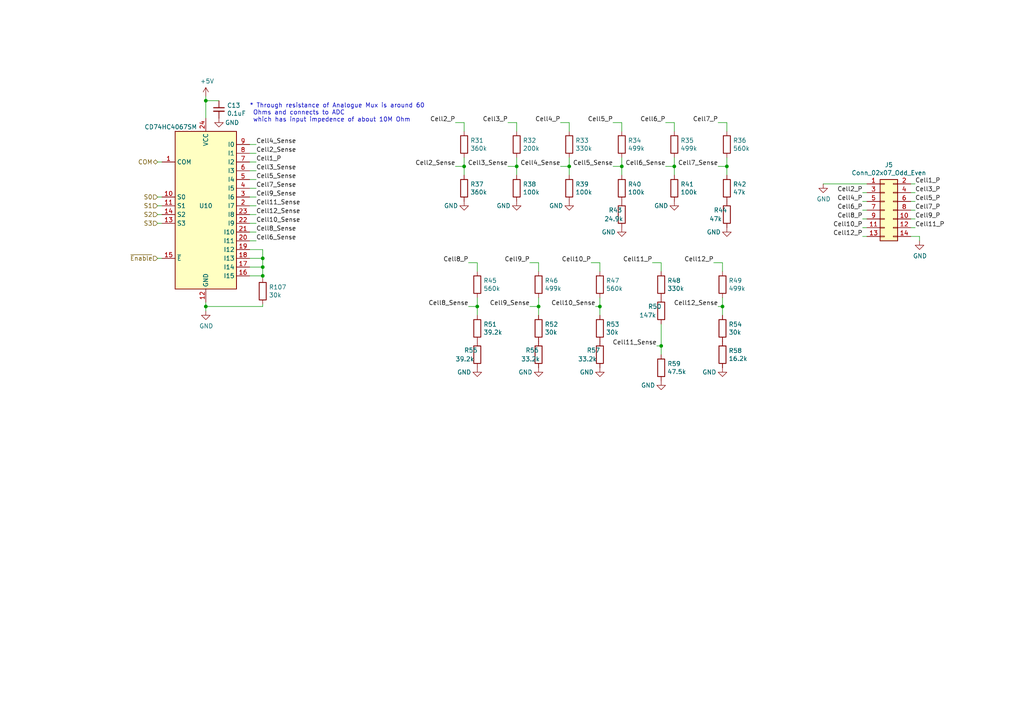
<source format=kicad_sch>
(kicad_sch (version 20250114) (generator "eeschema") (generator_version "9.0")
  (paper "A4")
  (lib_symbols
    (symbol "74xx:CD74HC4067SM"
      (property "Reference" "U" (at -8.89 22.86 0))
      (property "Value" "CD74HC4067SM" (at 1.27 22.86 0))
      (symbol "CD74HC4067SM_0_1"
        (rectangle (start -8.89 21.59) (end 8.89 -24.13) (stroke (width 0.254)) (fill (type background)))
      )
      (symbol "CD74HC4067SM_1_1"
        (pin passive line (at -12.7 12.7 0) (length 3.81) (name "COM") (number "1"))
        (pin input line (at -12.7 2.54 0) (length 3.81) (name "S0") (number "10"))
        (pin input line (at -12.7 0 0) (length 3.81) (name "S1") (number "11"))
        (pin input line (at -12.7 -2.54 0) (length 3.81) (name "S2") (number "14"))
        (pin input line (at -12.7 -5.08 0) (length 3.81) (name "S3") (number "13"))
        (pin input line (at -12.7 -15.24 0) (length 3.81) (name "~{E}") (number "15"))
        (pin power_in line (at 0 25.4 270) (length 3.81) (name "VCC") (number "24"))
        (pin power_in line (at 0 -27.94 90) (length 3.81) (name "GND") (number "12"))
        (pin passive line (at 12.7 17.78 180) (length 3.81) (name "I0") (number "9"))
        (pin passive line (at 12.7 15.24 180) (length 3.81) (name "I1") (number "8"))
        (pin passive line (at 12.7 12.7 180) (length 3.81) (name "I2") (number "7"))
        (pin passive line (at 12.7 10.16 180) (length 3.81) (name "I3") (number "6"))
        (pin passive line (at 12.7 7.62 180) (length 3.81) (name "I4") (number "5"))
        (pin passive line (at 12.7 5.08 180) (length 3.81) (name "I5") (number "4"))
        (pin passive line (at 12.7 2.54 180) (length 3.81) (name "I6") (number "3"))
        (pin passive line (at 12.7 0 180) (length 3.81) (name "I7") (number "2"))
        (pin passive line (at 12.7 -2.54 180) (length 3.81) (name "I8") (number "23"))
        (pin passive line (at 12.7 -5.08 180) (length 3.81) (name "I9") (number "22"))
        (pin passive line (at 12.7 -7.62 180) (length 3.81) (name "I10") (number "21"))
        (pin passive line (at 12.7 -10.16 180) (length 3.81) (name "I11") (number "20"))
        (pin passive line (at 12.7 -12.7 180) (length 3.81) (name "I12") (number "19"))
        (pin passive line (at 12.7 -15.24 180) (length 3.81) (name "I13") (number "18"))
        (pin passive line (at 12.7 -17.78 180) (length 3.81) (name "I14") (number "17"))
        (pin passive line (at 12.7 -20.32 180) (length 3.81) (name "I15") (number "16"))
      )
    )
    (symbol "Connector_Generic:Conn_02x07_Odd_Even" (pin_names (offset 1.016) (hide yes))
      (property "Reference" "J" (at 1.27 10.16 0))
      (property "Value" "Conn_02x07_Odd_Even" (at 1.27 -10.16 0))
      (symbol "Conn_02x07_Odd_Even_1_1"
        (rectangle (start -1.27 8.89) (end 3.81 -8.89) (stroke (width 0.254)) (fill (type background)))
        (rectangle (start -1.27 7.747) (end 0 7.493) (stroke (width 0.1524)))
        (rectangle (start -1.27 5.207) (end 0 4.953) (stroke (width 0.1524)))
        (rectangle (start -1.27 2.667) (end 0 2.413) (stroke (width 0.1524)))
        (rectangle (start -1.27 0.127) (end 0 -0.127) (stroke (width 0.1524)))
        (rectangle (start -1.27 -2.413) (end 0 -2.667) (stroke (width 0.1524)))
        (rectangle (start -1.27 -4.953) (end 0 -5.207) (stroke (width 0.1524)))
        (rectangle (start -1.27 -7.493) (end 0 -7.747) (stroke (width 0.1524)))
        (rectangle (start 3.81 7.747) (end 2.54 7.493) (stroke (width 0.1524)))
        (rectangle (start 3.81 5.207) (end 2.54 4.953) (stroke (width 0.1524)))
        (rectangle (start 3.81 2.667) (end 2.54 2.413) (stroke (width 0.1524)))
        (rectangle (start 3.81 0.127) (end 2.54 -0.127) (stroke (width 0.1524)))
        (rectangle (start 3.81 -2.413) (end 2.54 -2.667) (stroke (width 0.1524)))
        (rectangle (start 3.81 -4.953) (end 2.54 -5.207) (stroke (width 0.1524)))
        (rectangle (start 3.81 -7.493) (end 2.54 -7.747) (stroke (width 0.1524)))
        (pin passive line (at -5.08 7.62 0) (length 3.81) (name "Pin_1") (number "1"))
        (pin passive line (at -5.08 5.08 0) (length 3.81) (name "Pin_3") (number "3"))
        (pin passive line (at -5.08 2.54 0) (length 3.81) (name "Pin_5") (number "5"))
        (pin passive line (at -5.08 0 0) (length 3.81) (name "Pin_7") (number "7"))
        (pin passive line (at -5.08 -2.54 0) (length 3.81) (name "Pin_9") (number "9"))
        (pin passive line (at -5.08 -5.08 0) (length 3.81) (name "Pin_11") (number "11"))
        (pin passive line (at -5.08 -7.62 0) (length 3.81) (name "Pin_13") (number "13"))
        (pin passive line (at 7.62 7.62 180) (length 3.81) (name "Pin_2") (number "2"))
        (pin passive line (at 7.62 5.08 180) (length 3.81) (name "Pin_4") (number "4"))
        (pin passive line (at 7.62 2.54 180) (length 3.81) (name "Pin_6") (number "6"))
        (pin passive line (at 7.62 0 180) (length 3.81) (name "Pin_8") (number "8"))
        (pin passive line (at 7.62 -2.54 180) (length 3.81) (name "Pin_10") (number "10"))
        (pin passive line (at 7.62 -5.08 180) (length 3.81) (name "Pin_12") (number "12"))
        (pin passive line (at 7.62 -7.62 180) (length 3.81) (name "Pin_14") (number "14"))
      )
    )
    (symbol "Device:C_Small" (pin_numbers (hide yes)) (pin_names (offset 0.254) (hide yes))
      (property "Reference" "C" (at 0.254 1.778 0))
      (property "Value" "C_Small" (at 0.254 -2.032 0))
      (symbol "C_Small_0_1"
        (polyline (pts (xy -1.524 0.508) (xy 1.524 0.508)) (stroke (width 0.3048)))
        (polyline (pts (xy -1.524 -0.508) (xy 1.524 -0.508)) (stroke (width 0.3302)))
      )
      (symbol "C_Small_1_1"
        (pin passive line (at 0 2.54 270) (length 2.032) (name "~") (number "1"))
        (pin passive line (at 0 -2.54 90) (length 2.032) (name "~") (number "2"))
      )
    )
    (symbol "Device:R" (pin_numbers (hide yes)) (pin_names (offset 0))
      (property "Reference" "R" (at 2.032 0 90))
      (property "Value" "R" (at 0 0 90))
      (symbol "R_0_1"
        (rectangle (start -1.016 -2.54) (end 1.016 2.54) (stroke (width 0.254)))
      )
      (symbol "R_1_1"
        (pin passive line (at 0 3.81 270) (length 1.27) (name "~") (number "1"))
        (pin passive line (at 0 -3.81 90) (length 1.27) (name "~") (number "2"))
      )
    )
    (symbol "power:+5V" (power) (pin_names (offset 0))
      (property "Value" "+5V" (at 0 3.556 0))
      (symbol "+5V_0_1"
        (polyline (pts (xy -0.762 1.27) (xy 0 2.54)))
        (polyline (pts (xy 0 2.54) (xy 0.762 1.27)))
        (polyline (pts (xy 0 0) (xy 0 2.54)))
      )
      (symbol "+5V_1_1"
        (pin power_in line (at 0 0 90) (length 0) (hide yes) (name "+5V") (number "1"))
      )
    )
    (symbol "power:GND" (power) (pin_names (offset 0))
      (property "Value" "GND" (at 0 -3.81 0))
      (symbol "GND_0_1"
        (polyline (pts (xy 0 0) (xy 0 -1.27) (xy 1.27 -1.27) (xy 0 -2.54) (xy -1.27 -1.27) (xy 0 -1.27)))
      )
      (symbol "GND_1_1"
        (pin power_in line (at 0 0 270) (length 0) (hide yes) (name "GND") (number "1"))
      )
    )
  )
  (text "* Through resistance of Analogue Mux is around 60\n Ohms and connects to ADC\n which has input impedence of about 10M Ohm" (at 72.39 35.56 0) (effects (font (size 1.27 1.27)) (justify left bottom)))
  (junction (at 59.69 29.21))
  (junction (at 180.34 48.26))
  (junction (at 138.43 88.9))
  (junction (at 134.62 48.26))
  (junction (at 149.86 48.26))
  (junction (at 156.21 88.9))
  (junction (at 195.58 48.26))
  (junction (at 191.77 100.33))
  (junction (at 59.69 88.9))
  (junction (at 76.2 77.47))
  (junction (at 76.2 74.93))
  (junction (at 173.99 88.9))
  (junction (at 76.2 80.01))
  (junction (at 209.55 88.9))
  (junction (at 165.1 48.26))
  (junction (at 210.82 48.26))
  (wire (pts (xy 59.69 29.21) (xy 59.69 34.29)))
  (wire (pts (xy 210.82 45.72) (xy 210.82 48.26)))
  (wire (pts (xy 72.39 69.85) (xy 74.295 69.85)))
  (wire (pts (xy 149.86 35.56) (xy 149.86 38.1)))
  (wire (pts (xy 138.43 76.2) (xy 138.43 78.74)))
  (wire (pts (xy 135.89 76.2) (xy 138.43 76.2)))
  (wire (pts (xy 165.1 45.72) (xy 165.1 48.26)))
  (wire (pts (xy 134.62 45.72) (xy 134.62 48.26)))
  (wire (pts (xy 250.19 66.04) (xy 251.46 66.04)))
  (wire (pts (xy 250.19 63.5) (xy 251.46 63.5)))
  (wire (pts (xy 72.39 62.23) (xy 74.295 62.23)))
  (wire (pts (xy 250.19 58.42) (xy 251.46 58.42)))
  (wire (pts (xy 59.69 90.17) (xy 59.69 88.9)))
  (wire (pts (xy 191.77 76.2) (xy 191.77 78.74)))
  (wire (pts (xy 134.62 38.1) (xy 134.62 35.56)))
  (wire (pts (xy 63.5 29.21) (xy 59.69 29.21)))
  (wire (pts (xy 250.19 55.88) (xy 251.46 55.88)))
  (wire (pts (xy 266.7 69.85) (xy 266.7 68.58)))
  (wire (pts (xy 72.39 72.39) (xy 76.2 72.39)))
  (wire (pts (xy 210.82 48.26) (xy 210.82 50.8)))
  (wire (pts (xy 72.39 67.31) (xy 74.295 67.31)))
  (wire (pts (xy 265.43 66.04) (xy 264.16 66.04)))
  (wire (pts (xy 162.56 48.26) (xy 165.1 48.26)))
  (wire (pts (xy 134.62 35.56) (xy 132.08 35.56)))
  (wire (pts (xy 72.39 44.45) (xy 74.295 44.45)))
  (wire (pts (xy 156.21 88.9) (xy 156.21 91.44)))
  (wire (pts (xy 264.16 68.58) (xy 266.7 68.58)))
  (wire (pts (xy 189.23 76.2) (xy 191.77 76.2)))
  (wire (pts (xy 190.5 100.33) (xy 191.77 100.33)))
  (wire (pts (xy 149.86 48.26) (xy 149.86 50.8)))
  (wire (pts (xy 72.39 46.99) (xy 74.295 46.99)))
  (wire (pts (xy 265.43 55.88) (xy 264.16 55.88)))
  (wire (pts (xy 180.34 45.72) (xy 180.34 48.26)))
  (wire (pts (xy 195.58 35.56) (xy 195.58 38.1)))
  (wire (pts (xy 72.39 57.15) (xy 74.295 57.15)))
  (wire (pts (xy 193.04 48.26) (xy 195.58 48.26)))
  (wire (pts (xy 45.72 74.93) (xy 46.99 74.93)))
  (wire (pts (xy 72.39 64.77) (xy 74.295 64.77)))
  (wire (pts (xy 208.28 88.9) (xy 209.55 88.9)))
  (wire (pts (xy 45.72 59.69) (xy 46.99 59.69)))
  (wire (pts (xy 59.69 27.94) (xy 59.69 29.21)))
  (wire (pts (xy 208.28 48.26) (xy 210.82 48.26)))
  (wire (pts (xy 72.39 54.61) (xy 74.295 54.61)))
  (wire (pts (xy 209.55 76.2) (xy 209.55 78.74)))
  (wire (pts (xy 238.76 53.34) (xy 251.46 53.34)))
  (wire (pts (xy 265.43 63.5) (xy 264.16 63.5)))
  (wire (pts (xy 209.55 86.36) (xy 209.55 88.9)))
  (wire (pts (xy 156.21 88.9) (xy 153.67 88.9)))
  (wire (pts (xy 171.45 76.2) (xy 173.99 76.2)))
  (wire (pts (xy 76.2 80.01) (xy 76.2 80.645)))
  (wire (pts (xy 195.58 48.26) (xy 195.58 50.8)))
  (wire (pts (xy 45.72 46.99) (xy 46.99 46.99)))
  (wire (pts (xy 265.43 53.34) (xy 264.16 53.34)))
  (wire (pts (xy 180.34 35.56) (xy 180.34 38.1)))
  (wire (pts (xy 265.43 58.42) (xy 264.16 58.42)))
  (wire (pts (xy 72.39 49.53) (xy 74.295 49.53)))
  (wire (pts (xy 45.72 57.15) (xy 46.99 57.15)))
  (wire (pts (xy 59.69 88.9) (xy 59.69 87.63)))
  (wire (pts (xy 162.56 35.56) (xy 165.1 35.56)))
  (wire (pts (xy 172.72 88.9) (xy 173.99 88.9)))
  (wire (pts (xy 265.43 60.96) (xy 264.16 60.96)))
  (wire (pts (xy 147.32 35.56) (xy 149.86 35.56)))
  (wire (pts (xy 208.28 35.56) (xy 210.82 35.56)))
  (wire (pts (xy 147.32 48.26) (xy 149.86 48.26)))
  (wire (pts (xy 45.72 62.23) (xy 46.99 62.23)))
  (wire (pts (xy 207.01 76.2) (xy 209.55 76.2)))
  (wire (pts (xy 209.55 88.9) (xy 209.55 91.44)))
  (wire (pts (xy 72.39 77.47) (xy 76.2 77.47)))
  (wire (pts (xy 153.67 76.2) (xy 156.21 76.2)))
  (wire (pts (xy 72.39 80.01) (xy 76.2 80.01)))
  (wire (pts (xy 76.2 77.47) (xy 76.2 80.01)))
  (wire (pts (xy 156.21 86.36) (xy 156.21 88.9)))
  (wire (pts (xy 72.39 41.91) (xy 74.295 41.91)))
  (wire (pts (xy 132.08 48.26) (xy 134.62 48.26)))
  (wire (pts (xy 76.2 74.93) (xy 76.2 77.47)))
  (wire (pts (xy 72.39 52.07) (xy 74.295 52.07)))
  (wire (pts (xy 59.69 88.9) (xy 76.2 88.9)))
  (wire (pts (xy 45.72 64.77) (xy 46.99 64.77)))
  (wire (pts (xy 76.2 88.265) (xy 76.2 88.9)))
  (wire (pts (xy 250.19 68.58) (xy 251.46 68.58)))
  (wire (pts (xy 191.77 100.33) (xy 191.77 93.98)))
  (wire (pts (xy 72.39 59.69) (xy 74.295 59.69)))
  (wire (pts (xy 76.2 72.39) (xy 76.2 74.93)))
  (wire (pts (xy 195.58 45.72) (xy 195.58 48.26)))
  (wire (pts (xy 250.19 60.96) (xy 251.46 60.96)))
  (wire (pts (xy 72.39 74.93) (xy 76.2 74.93)))
  (wire (pts (xy 134.62 48.26) (xy 134.62 50.8)))
  (wire (pts (xy 165.1 48.26) (xy 165.1 50.8)))
  (wire (pts (xy 149.86 45.72) (xy 149.86 48.26)))
  (wire (pts (xy 173.99 88.9) (xy 173.99 91.44)))
  (wire (pts (xy 138.43 88.9) (xy 138.43 91.44)))
  (wire (pts (xy 180.34 48.26) (xy 180.34 50.8)))
  (wire (pts (xy 173.99 76.2) (xy 173.99 78.74)))
  (wire (pts (xy 210.82 35.56) (xy 210.82 38.1)))
  (wire (pts (xy 135.89 88.9) (xy 138.43 88.9)))
  (wire (pts (xy 156.21 76.2) (xy 156.21 78.74)))
  (wire (pts (xy 165.1 35.56) (xy 165.1 38.1)))
  (wire (pts (xy 173.99 86.36) (xy 173.99 88.9)))
  (wire (pts (xy 177.8 48.26) (xy 180.34 48.26)))
  (wire (pts (xy 138.43 86.36) (xy 138.43 88.9)))
  (wire (pts (xy 191.77 100.33) (xy 191.77 102.87)))
  (wire (pts (xy 193.04 35.56) (xy 195.58 35.56)))
  (wire (pts (xy 177.8 35.56) (xy 180.34 35.56)))
  (label "Cell3_P" (at 265.43 55.88 0))
  (label "Cell6_P" (at 250.19 60.96 180))
  (label "Cell7_Sense" (at 208.28 48.26 180))
  (label "Cell12_P" (at 207.01 76.2 180))
  (label "Cell2_P" (at 250.19 55.88 180))
  (label "Cell6_Sense" (at 74.295 69.85 0))
  (label "Cell7_P" (at 208.28 35.56 180))
  (label "Cell8_Sense" (at 135.89 88.9 180))
  (label "Cell8_Sense" (at 74.295 67.31 0))
  (label "Cell10_Sense" (at 172.72 88.9 180))
  (label "Cell4_Sense" (at 74.295 41.91 0))
  (label "Cell5_P" (at 177.8 35.56 180))
  (label "Cell1_P" (at 74.295 46.99 0))
  (label "Cell9_P" (at 265.43 63.5 0))
  (label "Cell8_P" (at 135.89 76.2 180))
  (label "Cell5_Sense" (at 74.295 52.07 0))
  (label "Cell2_Sense" (at 132.08 48.26 180))
  (label "Cell8_P" (at 250.19 63.5 180))
  (label "Cell4_P" (at 250.19 58.42 180))
  (label "Cell4_Sense" (at 162.56 48.26 180))
  (label "Cell4_P" (at 162.56 35.56 180))
  (label "Cell10_Sense" (at 74.295 64.77 0))
  (label "Cell12_Sense" (at 74.295 62.23 0))
  (label "Cell5_P" (at 265.43 58.42 0))
  (label "Cell11_P" (at 265.43 66.04 0))
  (label "Cell9_P" (at 153.67 76.2 180))
  (label "Cell7_Sense" (at 74.295 54.61 0))
  (label "Cell3_P" (at 147.32 35.56 180))
  (label "Cell11_Sense" (at 190.5 100.33 180))
  (label "Cell7_P" (at 265.43 60.96 0))
  (label "Cell1_P" (at 265.43 53.34 0))
  (label "Cell11_P" (at 189.23 76.2 180))
  (label "Cell3_Sense" (at 147.32 48.26 180))
  (label "Cell9_Sense" (at 74.295 57.15 0))
  (label "Cell6_P" (at 193.04 35.56 180))
  (label "Cell12_P" (at 250.19 68.58 180))
  (label "Cell3_Sense" (at 74.295 49.53 0))
  (label "Cell5_Sense" (at 177.8 48.26 180))
  (label "Cell10_P" (at 250.19 66.04 180))
  (label "Cell11_Sense" (at 74.295 59.69 0))
  (label "Cell6_Sense" (at 193.04 48.26 180))
  (label "Cell10_P" (at 171.45 76.2 180))
  (label "Cell12_Sense" (at 208.28 88.9 180))
  (label "Cell2_Sense" (at 74.295 44.45 0))
  (label "Cell9_Sense" (at 153.67 88.9 180))
  (label "Cell2_P" (at 132.08 35.56 180))
  (hierarchical_label "S1" (shape input) (at 45.72 59.69 180))
  (hierarchical_label "COM" (shape bidirectional) (at 45.72 46.99 180))
  (hierarchical_label "S2" (shape input) (at 45.72 62.23 180))
  (hierarchical_label "S3" (shape input) (at 45.72 64.77 180))
  (hierarchical_label "~{Enable}" (shape input) (at 45.72 74.93 180))
  (hierarchical_label "S0" (shape input) (at 45.72 57.15 180))
  (symbol (lib_id "Connector_Generic:Conn_02x07_Odd_Even") (at 256.54 60.96 0) (unit 1)
    (property "Reference" "J5" (at 257.81 47.8282 0))
    (property "Value" "Conn_02x07_Odd_Even" (at 257.81 50.1396 0))
    (property "Footprint" "uBMS-2:Molex_Milli_Grid_0878325623_TopBottom" (effects (hide yes)))
    (property "Datasheet" "https://media.digikey.com/pdf/Data%20Sheets/Molex%20PDFs/87832-300_Pkg_Spec.pdf" (effects (hide yes)))
    (property "Part Number" "0878325623" (effects (hide yes)))
    (property "Digikey Number" "WM6815TR-ND" (effects (hide yes)))
    (property "Price ($)" "1.56" (effects (hide yes)))
    (property "Comment" "Connector Header Surface Mount 14 position 0.079\" (2.00mm)" (effects (hide yes)))
  )
  (symbol (lib_id "74xx:CD74HC4067SM") (at 59.69 59.69 0) (unit 1)
    (property "Reference" "U10" (at 59.69 59.69 0))
    (property "Value" "CD74HC4067SM" (at 49.53 36.83 0))
    (property "Footprint" "Package_SO:SSOP-24_5.3x8.2mm_P0.65mm" (effects (hide yes)))
    (property "Datasheet" "http://www.ti.com/lit/ds/symlink/cd74hc4067.pdf" (effects (hide yes)))
    (property "Part Number" "CD74HC4067SM96" (effects (hide yes)))
    (property "Digikey Number" "296-9226-2-ND" (effects (hide yes)))
    (property "Price ($)" "0.79" (effects (hide yes)))
    (property "Comment" "1 Circuit IC Switch 16:1 160Ohm 24-SSOP" (effects (hide yes)))
  )
  (symbol (lib_id "power:GND") (at 59.69 90.17 0) (unit 1)
    (property "Reference" "#PWR054" (effects (hide yes)))
    (property "Value" "GND" (at 59.817 94.5642 0))
  )
  (symbol (lib_id "power:GND") (at 63.5 34.29 0) (unit 1)
    (property "Reference" "#PWR046" (effects (hide yes)))
    (property "Value" "GND" (at 67.31 35.56 0))
  )
  (symbol (lib_id "power:+5V") (at 59.69 27.94 0) (unit 1)
    (property "Reference" "#PWR045" (effects (hide yes)))
    (property "Value" "+5V" (at 60.071 23.5458 0))
  )
  (symbol (lib_id "power:GND") (at 238.76 53.34 0) (unit 1)
    (property "Reference" "#PWR047" (effects (hide yes)))
    (property "Value" "GND" (at 238.887 57.7342 0))
  )
  (symbol (lib_id "Device:R") (at 134.62 41.91 0) (unit 1)
    (property "Reference" "R31" (at 136.398 40.7416 0) (effects (justify left)))
    (property "Value" "360k" (at 136.398 43.053 0) (effects (justify left)))
    (property "Footprint" "Resistor_SMD:R_0402_1005Metric" (effects (hide yes)))
    (property "Datasheet" "https://www.yageo.com/upload/media/product/productsearch/datasheet/rchip/PYu-RC_Group_51_RoHS_L_12.pdf" (effects (hide yes)))
    (property "Comment" "360 kOhms ±1% 0.063W, 1/16W Chip Resistor 0402 (1005 Metric) Moisture Resistant Thick Film" (effects (hide yes)))
    (property "Digikey Number" "311-360KLRCT-ND" (effects (hide yes)))
    (property "Part Number" "RC0402FR-07360KL" (effects (hide yes)))
    (property "Price ($)" "0.1" (effects (hide yes)))
  )
  (symbol (lib_id "Device:R") (at 134.62 54.61 0) (unit 1)
    (property "Reference" "R37" (at 136.398 53.4416 0) (effects (justify left)))
    (property "Value" "360k" (at 136.398 55.753 0) (effects (justify left)))
    (property "Footprint" "Resistor_SMD:R_0402_1005Metric" (effects (hide yes)))
    (property "Datasheet" "https://www.yageo.com/upload/media/product/productsearch/datasheet/rchip/PYu-RC_Group_51_RoHS_L_12.pdf" (effects (hide yes)))
    (property "Comment" "360 kOhms ±1% 0.063W, 1/16W Chip Resistor 0402 (1005 Metric) Moisture Resistant Thick Film" (effects (hide yes)))
    (property "Digikey Number" "311-360KLRCT-ND" (effects (hide yes)))
    (property "Part Number" "RC0402FR-07360KL" (effects (hide yes)))
    (property "Price ($)" "0.1" (effects (hide yes)))
  )
  (symbol (lib_id "Device:R") (at 149.86 41.91 0) (unit 1)
    (property "Reference" "R32" (at 151.638 40.7416 0) (effects (justify left)))
    (property "Value" "200k" (at 151.638 43.053 0) (effects (justify left)))
    (property "Footprint" "Resistor_SMD:R_0402_1005Metric" (effects (hide yes)))
    (property "Datasheet" "https://www.yageo.com/upload/media/product/productsearch/datasheet/rchip/PYu-RC_Group_51_RoHS_L_12.pdf" (effects (hide yes)))
    (property "Comment" "200 kOhms ±1% 0.063W, 1/16W Chip Resistor 0402 (1005 Metric) Moisture Resistant Thick Film" (effects (hide yes)))
    (property "Digikey Number" "311-200KLRCT-ND" (effects (hide yes)))
    (property "Part Number" "RC0402FR-07200KL" (effects (hide yes)))
    (property "Price ($)" "0.1" (effects (hide yes)))
  )
  (symbol (lib_id "Device:R") (at 149.86 54.61 0) (unit 1)
    (property "Reference" "R38" (at 151.638 53.4416 0) (effects (justify left)))
    (property "Value" "100k" (at 151.638 55.753 0) (effects (justify left)))
    (property "Footprint" "Resistor_SMD:R_0402_1005Metric" (effects (hide yes)))
    (property "Datasheet" "https://www.yageo.com/upload/media/product/productsearch/datasheet/rchip/PYu-RC_Group_51_RoHS_L_12.pdf" (effects (hide yes)))
    (property "Comment" "100 kOhms ±1% 0.063W, 1/16W Chip Resistor 0402 (1005 Metric) Moisture Resistant Thick Film" (effects (hide yes)))
    (property "Digikey Number" "311-100KLRCT-ND" (effects (hide yes)))
    (property "Part Number" "RC0402FR-07100KL" (effects (hide yes)))
    (property "Price ($)" "0.1" (effects (hide yes)))
  )
  (symbol (lib_id "Device:R") (at 165.1 41.91 0) (unit 1)
    (property "Reference" "R33" (at 166.878 40.7416 0) (effects (justify left)))
    (property "Value" "330k" (at 166.878 43.053 0) (effects (justify left)))
    (property "Footprint" "Resistor_SMD:R_0402_1005Metric" (effects (hide yes)))
    (property "Datasheet" "https://www.yageo.com/upload/media/product/productsearch/datasheet/rchip/PYu-RC_Group_51_RoHS_L_12.pdf" (effects (hide yes)))
    (property "Comment" "330 kOhms ±5% 0.063W, 1/16W Chip Resistor 0402 (1005 Metric) Moisture Resistant Thick Film" (effects (hide yes)))
    (property "Digikey Number" "311-330KJRCT-ND" (effects (hide yes)))
    (property "Part Number" "RC0402JR-07330KL" (effects (hide yes)))
    (property "Price ($)" "0.1" (effects (hide yes)))
  )
  (symbol (lib_id "Device:R") (at 165.1 54.61 0) (unit 1)
    (property "Reference" "R39" (at 166.878 53.4416 0) (effects (justify left)))
    (property "Value" "100k" (at 166.878 55.753 0) (effects (justify left)))
    (property "Footprint" "Resistor_SMD:R_0402_1005Metric" (effects (hide yes)))
    (property "Datasheet" "https://www.yageo.com/upload/media/product/productsearch/datasheet/rchip/PYu-RC_Group_51_RoHS_L_12.pdf" (effects (hide yes)))
    (property "Comment" "100 kOhms ±1% 0.063W, 1/16W Chip Resistor 0402 (1005 Metric) Moisture Resistant Thick Film" (effects (hide yes)))
    (property "Digikey Number" "311-100KLRCT-ND" (effects (hide yes)))
    (property "Part Number" "RC0402FR-07100KL" (effects (hide yes)))
    (property "Price ($)" "0.1" (effects (hide yes)))
  )
  (symbol (lib_id "Device:R") (at 180.34 41.91 0) (unit 1)
    (property "Reference" "R34" (at 182.118 40.7416 0) (effects (justify left)))
    (property "Value" "499k" (at 182.118 43.053 0) (effects (justify left)))
    (property "Footprint" "Resistor_SMD:R_0402_1005Metric" (effects (hide yes)))
    (property "Datasheet" "https://www.yageo.com/upload/media/product/productsearch/datasheet/rchip/PYu-RC_Group_51_RoHS_L_12.pdf" (effects (hide yes)))
    (property "Comment" "499 kOhms ±1% 0.063W, 1/16W Chip Resistor 0402 (1005 Metric) Moisture Resistant Thick Film" (effects (hide yes)))
    (property "Digikey Number" "311-499KLRCT-ND" (effects (hide yes)))
    (property "Part Number" "RC0402FR-07499KL" (effects (hide yes)))
    (property "Price ($)" "0.1" (effects (hide yes)))
  )
  (symbol (lib_id "Device:R") (at 180.34 54.61 0) (unit 1)
    (property "Reference" "R40" (at 182.118 53.4416 0) (effects (justify left)))
    (property "Value" "100k" (at 182.118 55.753 0) (effects (justify left)))
    (property "Footprint" "Resistor_SMD:R_0402_1005Metric" (effects (hide yes)))
    (property "Datasheet" "https://www.yageo.com/upload/media/product/productsearch/datasheet/rchip/PYu-RC_Group_51_RoHS_L_12.pdf" (effects (hide yes)))
    (property "Comment" "100 kOhms ±1% 0.063W, 1/16W Chip Resistor 0402 (1005 Metric) Moisture Resistant Thick Film" (effects (hide yes)))
    (property "Digikey Number" "311-100KLRCT-ND" (effects (hide yes)))
    (property "Part Number" "RC0402FR-07100KL" (effects (hide yes)))
    (property "Price ($)" "0.1" (effects (hide yes)))
  )
  (symbol (lib_id "Device:R") (at 195.58 41.91 0) (unit 1)
    (property "Reference" "R35" (at 197.358 40.7416 0) (effects (justify left)))
    (property "Value" "499k" (at 197.358 43.053 0) (effects (justify left)))
    (property "Footprint" "Resistor_SMD:R_0402_1005Metric" (effects (hide yes)))
    (property "Datasheet" "https://www.yageo.com/upload/media/product/productsearch/datasheet/rchip/PYu-RC_Group_51_RoHS_L_12.pdf" (effects (hide yes)))
    (property "Comment" "499 kOhms ±1% 0.063W, 1/16W Chip Resistor 0402 (1005 Metric) Moisture Resistant Thick Film" (effects (hide yes)))
    (property "Digikey Number" "311-499KLRCT-ND" (effects (hide yes)))
    (property "Part Number" "RC0402FR-07499KL" (effects (hide yes)))
    (property "Price ($)" "0.1" (effects (hide yes)))
  )
  (symbol (lib_id "Device:R") (at 195.58 54.61 0) (unit 1)
    (property "Reference" "R41" (at 197.358 53.4416 0) (effects (justify left)))
    (property "Value" "100k" (at 197.358 55.753 0) (effects (justify left)))
    (property "Footprint" "Resistor_SMD:R_0402_1005Metric" (effects (hide yes)))
    (property "Datasheet" "https://www.yageo.com/upload/media/product/productsearch/datasheet/rchip/PYu-RC_Group_51_RoHS_L_12.pdf" (effects (hide yes)))
    (property "Comment" "100 kOhms ±1% 0.063W, 1/16W Chip Resistor 0402 (1005 Metric) Moisture Resistant Thick Film" (effects (hide yes)))
    (property "Digikey Number" "311-100KLRCT-ND" (effects (hide yes)))
    (property "Part Number" "RC0402FR-07100KL" (effects (hide yes)))
    (property "Price ($)" "0.1" (effects (hide yes)))
  )
  (symbol (lib_id "Device:R") (at 210.82 41.91 0) (unit 1)
    (property "Reference" "R36" (at 212.598 40.7416 0) (effects (justify left)))
    (property "Value" "560k" (at 212.598 43.053 0) (effects (justify left)))
    (property "Footprint" "Resistor_SMD:R_0402_1005Metric" (effects (hide yes)))
    (property "Datasheet" "https://www.yageo.com/upload/media/product/productsearch/datasheet/rchip/PYu-RC_Group_51_RoHS_L_12.pdf" (effects (hide yes)))
    (property "Comment" "560 kOhms ±1% 0.063W, 1/16W Chip Resistor 0402 (1005 Metric) Moisture Resistant Thick Film" (effects (hide yes)))
    (property "Digikey Number" "311-560KLRCT-ND" (effects (hide yes)))
    (property "Part Number" "RC0402FR-07560KL" (effects (hide yes)))
    (property "Price ($)" "0.1" (effects (hide yes)))
  )
  (symbol (lib_id "Device:R") (at 210.82 54.61 0) (unit 1)
    (property "Reference" "R42" (at 212.598 53.4416 0) (effects (justify left)))
    (property "Value" "47k" (at 212.598 55.753 0) (effects (justify left)))
    (property "Footprint" "Resistor_SMD:R_0402_1005Metric" (effects (hide yes)))
    (property "Datasheet" "https://www.yageo.com/upload/media/product/productsearch/datasheet/rchip/PYu-RC_Group_51_RoHS_L_12.pdf" (effects (hide yes)))
    (property "Comment" "47 kOhms ±1% 0.063W, 1/16W Chip Resistor 0402 (1005 Metric) Moisture Resistant Thick Film" (effects (hide yes)))
    (property "Digikey Number" "311-47.0KLRCT-ND" (effects (hide yes)))
    (property "Part Number" "RC0402FR-0747KL" (effects (hide yes)))
    (property "Price ($)" "0.1" (effects (hide yes)))
  )
  (symbol (lib_id "Device:R") (at 138.43 82.55 0) (unit 1)
    (property "Reference" "R45" (at 140.208 81.3816 0) (effects (justify left)))
    (property "Value" "560k" (at 140.208 83.693 0) (effects (justify left)))
    (property "Footprint" "Resistor_SMD:R_0402_1005Metric" (effects (hide yes)))
    (property "Datasheet" "https://www.yageo.com/upload/media/product/productsearch/datasheet/rchip/PYu-RC_Group_51_RoHS_L_12.pdf" (effects (hide yes)))
    (property "Comment" "560 kOhms ±1% 0.063W, 1/16W Chip Resistor 0402 (1005 Metric) Moisture Resistant Thick Film" (effects (hide yes)))
    (property "Digikey Number" "311-560KLRCT-ND" (effects (hide yes)))
    (property "Part Number" "RC0402FR-07560KL" (effects (hide yes)))
    (property "Price ($)" "0.1" (effects (hide yes)))
  )
  (symbol (lib_id "Device:R") (at 138.43 95.25 0) (unit 1)
    (property "Reference" "R51" (at 140.208 94.0816 0) (effects (justify left)))
    (property "Value" "39.2k" (at 140.208 96.393 0) (effects (justify left)))
    (property "Footprint" "Resistor_SMD:R_0402_1005Metric" (effects (hide yes)))
    (property "Datasheet" "https://www.yageo.com/upload/media/product/productsearch/datasheet/rchip/PYu-RC_Group_51_RoHS_L_12.pdf" (effects (hide yes)))
    (property "Comment" "39.2 kOhms ±1% 0.063W, 1/16W Chip Resistor 0402 (1005 Metric) Moisture Resistant Thick Film" (effects (hide yes)))
    (property "Digikey Number" "311-39.2KLRCT-ND" (effects (hide yes)))
    (property "Part Number" "RC0402FR-0739K2L" (effects (hide yes)))
    (property "Price ($)" "0.1" (effects (hide yes)))
  )
  (symbol (lib_id "Device:R") (at 156.21 82.55 0) (unit 1)
    (property "Reference" "R46" (at 157.988 81.3816 0) (effects (justify left)))
    (property "Value" "499k" (at 157.988 83.693 0) (effects (justify left)))
    (property "Footprint" "Resistor_SMD:R_0402_1005Metric" (effects (hide yes)))
    (property "Datasheet" "https://www.yageo.com/upload/media/product/productsearch/datasheet/rchip/PYu-RC_Group_51_RoHS_L_12.pdf" (effects (hide yes)))
    (property "Comment" "499 kOhms ±1% 0.063W, 1/16W Chip Resistor 0402 (1005 Metric) Moisture Resistant Thick Film" (effects (hide yes)))
    (property "Digikey Number" "311-499KLRCT-ND" (effects (hide yes)))
    (property "Part Number" "RC0402FR-07499KL" (effects (hide yes)))
    (property "Price ($)" "0.1" (effects (hide yes)))
  )
  (symbol (lib_id "Device:R") (at 156.21 95.25 0) (unit 1)
    (property "Reference" "R52" (at 157.988 94.0816 0) (effects (justify left)))
    (property "Value" "30k" (at 157.988 96.393 0) (effects (justify left)))
    (property "Footprint" "Resistor_SMD:R_0402_1005Metric" (effects (hide yes)))
    (property "Datasheet" "https://www.yageo.com/upload/media/product/productsearch/datasheet/rchip/PYu-RC_Group_51_RoHS_L_12.pdf" (effects (hide yes)))
    (property "Comment" "30 kOhms ±1% 0.063W, 1/16W Chip Resistor 0402 (1005 Metric) Moisture Resistant Thick Film" (effects (hide yes)))
    (property "Digikey Number" "311-30.0KLRCT-ND" (effects (hide yes)))
    (property "Part Number" "RC0402FR-0730KL" (effects (hide yes)))
    (property "Price ($)" "0.1" (effects (hide yes)))
  )
  (symbol (lib_id "Device:R") (at 173.99 82.55 0) (unit 1)
    (property "Reference" "R47" (at 175.768 81.3816 0) (effects (justify left)))
    (property "Value" "560k" (at 175.768 83.693 0) (effects (justify left)))
    (property "Footprint" "Resistor_SMD:R_0402_1005Metric" (effects (hide yes)))
    (property "Datasheet" "https://www.yageo.com/upload/media/product/productsearch/datasheet/rchip/PYu-RC_Group_51_RoHS_L_12.pdf" (effects (hide yes)))
    (property "Comment" "560 kOhms ±1% 0.063W, 1/16W Chip Resistor 0402 (1005 Metric) Moisture Resistant Thick Film" (effects (hide yes)))
    (property "Digikey Number" "311-560KLRCT-ND" (effects (hide yes)))
    (property "Part Number" "RC0402FR-07560KL" (effects (hide yes)))
    (property "Price ($)" "0.1" (effects (hide yes)))
  )
  (symbol (lib_id "Device:R") (at 173.99 95.25 0) (unit 1)
    (property "Reference" "R53" (at 175.768 94.0816 0) (effects (justify left)))
    (property "Value" "30k" (at 175.768 96.393 0) (effects (justify left)))
    (property "Footprint" "Resistor_SMD:R_0402_1005Metric" (effects (hide yes)))
    (property "Datasheet" "https://www.yageo.com/upload/media/product/productsearch/datasheet/rchip/PYu-RC_Group_51_RoHS_L_12.pdf" (effects (hide yes)))
    (property "Comment" "30 kOhms ±1% 0.063W, 1/16W Chip Resistor 0402 (1005 Metric) Moisture Resistant Thick Film" (effects (hide yes)))
    (property "Digikey Number" "311-30.0KLRCT-ND" (effects (hide yes)))
    (property "Part Number" "RC0402FR-0730KL" (effects (hide yes)))
    (property "Price ($)" "0.1" (effects (hide yes)))
  )
  (symbol (lib_id "Device:R") (at 191.77 82.55 0) (unit 1)
    (property "Reference" "R48" (at 193.548 81.3816 0) (effects (justify left)))
    (property "Value" "330k" (at 193.548 83.693 0) (effects (justify left)))
    (property "Footprint" "Resistor_SMD:R_0402_1005Metric" (effects (hide yes)))
    (property "Datasheet" "https://www.yageo.com/upload/media/product/productsearch/datasheet/rchip/PYu-RC_Group_51_RoHS_L_12.pdf" (effects (hide yes)))
    (property "Comment" "330 kOhms ±5% 0.063W, 1/16W Chip Resistor 0402 (1005 Metric) Moisture Resistant Thick Film" (effects (hide yes)))
    (property "Digikey Number" "311-330KJRCT-ND" (effects (hide yes)))
    (property "Part Number" "RC0402JR-07330KL" (effects (hide yes)))
    (property "Price ($)" "0.1" (effects (hide yes)))
  )
  (symbol (lib_id "Device:R") (at 191.77 106.68 0) (unit 1)
    (property "Reference" "R59" (at 193.548 105.5116 0) (effects (justify left)))
    (property "Value" "47.5k" (at 193.548 107.823 0) (effects (justify left)))
    (property "Footprint" "Resistor_SMD:R_0402_1005Metric" (effects (hide yes)))
    (property "Datasheet" "https://www.yageo.com/upload/media/product/productsearch/datasheet/rchip/PYu-RC_Group_51_RoHS_L_12.pdf" (effects (hide yes)))
    (property "Comment" "47.5 kOhms ±1% 0.063W, 1/16W Chip Resistor 0402 (1005 Metric) Moisture Resistant Thick Film" (effects (hide yes)))
    (property "Digikey Number" "311-47.5KLRCT-ND" (effects (hide yes)))
    (property "Part Number" "RC0402FR-0747K5L" (effects (hide yes)))
    (property "Price ($)" "0.1" (effects (hide yes)))
  )
  (symbol (lib_id "Device:R") (at 209.55 82.55 0) (unit 1)
    (property "Reference" "R49" (at 211.328 81.3816 0) (effects (justify left)))
    (property "Value" "499k" (at 211.328 83.693 0) (effects (justify left)))
    (property "Footprint" "Resistor_SMD:R_0402_1005Metric" (effects (hide yes)))
    (property "Datasheet" "https://www.yageo.com/upload/media/product/productsearch/datasheet/rchip/PYu-RC_Group_51_RoHS_L_12.pdf" (effects (hide yes)))
    (property "Comment" "499 kOhms ±1% 0.063W, 1/16W Chip Resistor 0402 (1005 Metric) Moisture Resistant Thick Film" (effects (hide yes)))
    (property "Digikey Number" "311-499KLRCT-ND" (effects (hide yes)))
    (property "Part Number" "RC0402FR-07499KL" (effects (hide yes)))
    (property "Price ($)" "0.1" (effects (hide yes)))
  )
  (symbol (lib_id "Device:R") (at 209.55 95.25 0) (unit 1)
    (property "Reference" "R54" (at 211.328 94.0816 0) (effects (justify left)))
    (property "Value" "30k" (at 211.328 96.393 0) (effects (justify left)))
    (property "Footprint" "Resistor_SMD:R_0402_1005Metric" (effects (hide yes)))
    (property "Datasheet" "https://www.yageo.com/upload/media/product/productsearch/datasheet/rchip/PYu-RC_Group_51_RoHS_L_12.pdf" (effects (hide yes)))
    (property "Comment" "30 kOhms ±1% 0.063W, 1/16W Chip Resistor 0402 (1005 Metric) Moisture Resistant Thick Film" (effects (hide yes)))
    (property "Digikey Number" "311-30.0KLRCT-ND" (effects (hide yes)))
    (property "Part Number" "RC0402FR-0730KL" (effects (hide yes)))
    (property "Price ($)" "0.1" (effects (hide yes)))
  )
  (symbol (lib_id "power:GND") (at 134.62 58.42 0) (unit 1)
    (property "Reference" "#PWR048" (effects (hide yes)))
    (property "Value" "GND" (at 130.81 59.69 0))
  )
  (symbol (lib_id "power:GND") (at 149.86 58.42 0) (unit 1)
    (property "Reference" "#PWR049" (effects (hide yes)))
    (property "Value" "GND" (at 146.05 59.69 0))
  )
  (symbol (lib_id "power:GND") (at 165.1 58.42 0) (unit 1)
    (property "Reference" "#PWR050" (effects (hide yes)))
    (property "Value" "GND" (at 161.29 59.69 0))
  )
  (symbol (lib_id "power:GND") (at 195.58 58.42 0) (unit 1)
    (property "Reference" "#PWR051" (effects (hide yes)))
    (property "Value" "GND" (at 191.77 59.69 0))
  )
  (symbol (lib_id "power:GND") (at 191.77 110.49 0) (unit 1)
    (property "Reference" "#PWR059" (effects (hide yes)))
    (property "Value" "GND" (at 187.96 111.76 0))
  )
  (symbol (lib_id "Device:R") (at 180.34 62.23 0) (unit 1)
    (property "Reference" "R43" (at 176.53 60.96 0) (effects (justify left)))
    (property "Value" "24.9k" (at 175.26 63.5 0) (effects (justify left)))
    (property "Footprint" "Resistor_SMD:R_0402_1005Metric" (effects (hide yes)))
    (property "Datasheet" "https://www.yageo.com/upload/media/product/productsearch/datasheet/rchip/PYu-RC_Group_51_RoHS_L_12.pdf" (effects (hide yes)))
    (property "Comment" "24.9 kOhms ±1% 0.063W, 1/16W Chip Resistor 0402 (1005 Metric) Moisture Resistant Thick Film" (effects (hide yes)))
    (property "Digikey Number" "311-24.9KLRCT-ND" (effects (hide yes)))
    (property "Part Number" "RC0402FR-0724K9L" (effects (hide yes)))
    (property "Price ($)" "0.1" (effects (hide yes)))
  )
  (symbol (lib_id "Device:R") (at 210.82 62.23 0) (unit 1)
    (property "Reference" "R44" (at 207.01 60.96 0) (effects (justify left)))
    (property "Value" "47k" (at 205.74 63.5 0) (effects (justify left)))
    (property "Footprint" "Resistor_SMD:R_0402_1005Metric" (effects (hide yes)))
    (property "Datasheet" "https://www.yageo.com/upload/media/product/productsearch/datasheet/rchip/PYu-RC_Group_51_RoHS_L_12.pdf" (effects (hide yes)))
    (property "Comment" "47 kOhms ±1% 0.063W, 1/16W Chip Resistor 0402 (1005 Metric) Moisture Resistant Thick Film" (effects (hide yes)))
    (property "Digikey Number" "311-47.0KLRCT-ND" (effects (hide yes)))
    (property "Part Number" "RC0402FR-0747KL" (effects (hide yes)))
    (property "Price ($)" "0.1" (effects (hide yes)))
  )
  (symbol (lib_id "Device:R") (at 138.43 102.87 0) (unit 1)
    (property "Reference" "R55" (at 134.62 101.6 0) (effects (justify left)))
    (property "Value" "39.2k" (at 132.08 104.14 0) (effects (justify left)))
    (property "Footprint" "Resistor_SMD:R_0402_1005Metric" (effects (hide yes)))
    (property "Datasheet" "https://www.yageo.com/upload/media/product/productsearch/datasheet/rchip/PYu-RC_Group_51_RoHS_L_12.pdf" (effects (hide yes)))
    (property "Comment" "39.2 kOhms ±1% 0.063W, 1/16W Chip Resistor 0402 (1005 Metric) Moisture Resistant Thick Film" (effects (hide yes)))
    (property "Digikey Number" "311-39.2KLRCT-ND" (effects (hide yes)))
    (property "Part Number" "RC0402FR-0739K2L" (effects (hide yes)))
    (property "Price ($)" "0.1" (effects (hide yes)))
  )
  (symbol (lib_id "Device:R") (at 156.21 102.87 0) (unit 1)
    (property "Reference" "R56" (at 152.4 101.6 0) (effects (justify left)))
    (property "Value" "33.2k" (at 151.13 104.14 0) (effects (justify left)))
    (property "Footprint" "Resistor_SMD:R_0402_1005Metric" (effects (hide yes)))
    (property "Datasheet" "https://www.yageo.com/upload/media/product/productsearch/datasheet/rchip/PYu-RC_Group_51_RoHS_L_12.pdf" (effects (hide yes)))
    (property "Comment" "33.2 kOhms ±1% 0.063W, 1/16W Chip Resistor 0402 (1005 Metric) Moisture Resistant Thick Film" (effects (hide yes)))
    (property "Digikey Number" "311-33.2KLRCT-ND" (effects (hide yes)))
    (property "Part Number" "RC0402FR-0733K2L" (effects (hide yes)))
    (property "Price ($)" "0.1" (effects (hide yes)))
  )
  (symbol (lib_id "Device:R") (at 173.99 102.87 0) (unit 1)
    (property "Reference" "R57" (at 170.18 101.6 0) (effects (justify left)))
    (property "Value" "33.2k" (at 167.64 104.14 0) (effects (justify left)))
    (property "Footprint" "Resistor_SMD:R_0402_1005Metric" (effects (hide yes)))
    (property "Datasheet" "https://www.yageo.com/upload/media/product/productsearch/datasheet/rchip/PYu-RC_Group_51_RoHS_L_12.pdf" (effects (hide yes)))
    (property "Comment" "33.2 kOhms ±1% 0.063W, 1/16W Chip Resistor 0402 (1005 Metric) Moisture Resistant Thick Film" (effects (hide yes)))
    (property "Digikey Number" "311-33.2KLRCT-ND" (effects (hide yes)))
    (property "Part Number" "RC0402FR-0733K2L" (effects (hide yes)))
    (property "Price ($)" "0.1" (effects (hide yes)))
  )
  (symbol (lib_id "Device:R") (at 191.77 90.17 0) (unit 1)
    (property "Reference" "R50" (at 187.96 88.9 0) (effects (justify left)))
    (property "Value" "147k" (at 185.42 91.44 0) (effects (justify left)))
    (property "Footprint" "Resistor_SMD:R_0402_1005Metric" (effects (hide yes)))
    (property "Datasheet" "https://www.yageo.com/upload/media/product/productsearch/datasheet/rchip/PYu-RC_Group_51_RoHS_L_12.pdf" (effects (hide yes)))
    (property "Comment" "147 kOhms ±1% 0.063W, 1/16W Chip Resistor 0402 (1005 Metric) Moisture Resistant Thick Film" (effects (hide yes)))
    (property "Digikey Number" "YAG2981CT-ND" (effects (hide yes)))
    (property "Part Number" "RC0402FR-07147KL" (effects (hide yes)))
    (property "Price ($)" "0.1" (effects (hide yes)))
  )
  (symbol (lib_id "power:GND") (at 173.99 106.68 0) (unit 1)
    (property "Reference" "#PWR057" (effects (hide yes)))
    (property "Value" "GND" (at 170.18 107.95 0))
  )
  (symbol (lib_id "power:GND") (at 156.21 106.68 0) (unit 1)
    (property "Reference" "#PWR056" (effects (hide yes)))
    (property "Value" "GND" (at 152.4 107.95 0))
  )
  (symbol (lib_id "power:GND") (at 138.43 106.68 0) (unit 1)
    (property "Reference" "#PWR055" (effects (hide yes)))
    (property "Value" "GND" (at 134.62 107.95 0))
  )
  (symbol (lib_id "Device:R") (at 209.55 102.87 0) (unit 1)
    (property "Reference" "R58" (at 211.328 101.7016 0) (effects (justify left)))
    (property "Value" "16.2k" (at 211.328 104.013 0) (effects (justify left)))
    (property "Footprint" "Resistor_SMD:R_0402_1005Metric" (effects (hide yes)))
    (property "Datasheet" "https://www.yageo.com/upload/media/product/productsearch/datasheet/rchip/PYu-RC_Group_51_RoHS_L_12.pdf" (effects (hide yes)))
    (property "Comment" "16.2 kOhms ±1% 0.063W, 1/16W Chip Resistor 0402 (1005 Metric) Moisture Resistant Thick Film" (effects (hide yes)))
    (property "Digikey Number" "311-16.2KLRCT-ND" (effects (hide yes)))
    (property "Part Number" "RC0402FR-0716K2L" (effects (hide yes)))
    (property "Price ($)" "0.1" (effects (hide yes)))
  )
  (symbol (lib_id "power:GND") (at 209.55 106.68 0) (unit 1)
    (property "Reference" "#PWR058" (effects (hide yes)))
    (property "Value" "GND" (at 205.74 107.95 0))
  )
  (symbol (lib_id "power:GND") (at 180.34 66.04 0) (unit 1)
    (property "Reference" "#PWR052" (effects (hide yes)))
    (property "Value" "GND" (at 176.53 67.31 0))
  )
  (symbol (lib_id "power:GND") (at 210.82 66.04 0) (unit 1)
    (property "Reference" "#PWR053" (effects (hide yes)))
    (property "Value" "GND" (at 207.01 67.31 0))
  )
  (symbol (lib_id "Device:C_Small") (at 63.5 31.75 0) (unit 1)
    (property "Reference" "C13" (at 65.8368 30.5816 0) (effects (justify left)))
    (property "Value" "0.1uF" (at 65.8368 32.893 0) (effects (justify left)))
    (property "Footprint" "Capacitor_SMD:C_0402_1005Metric" (effects (hide yes)))
    (property "Datasheet" "https://www.yageo.com/upload/media/product/productsearch/datasheet/mlcc/UPY-GPHC_X7R_6.3V-to-250V_22.pdf" (effects (hide yes)))
    (property "Part Number" "CC0402KRX7R7BB104" (effects (hide yes)))
    (property "Digikey Number" "311-1338-1-ND" (effects (hide yes)))
    (property "Price ($)" "0.1" (effects (hide yes)))
    (property "Comment" "0.1 µF ±10% 16V Ceramic Capacitor X7R 0402 (1005 Metric)" (effects (hide yes)))
  )
  (symbol (lib_id "power:GND") (at 266.7 69.85 0) (unit 1)
    (property "Reference" "#PWR0115" (effects (hide yes)))
    (property "Value" "GND" (at 266.827 74.2442 0))
  )
  (symbol (lib_id "Device:R") (at 76.2 84.455 0) (unit 1)
    (property "Reference" "R107" (at 77.978 83.2866 0) (effects (justify left)))
    (property "Value" "30k" (at 77.978 85.598 0) (effects (justify left)))
    (property "Footprint" "Resistor_SMD:R_0402_1005Metric" (effects (hide yes)))
    (property "Datasheet" "https://www.yageo.com/upload/media/product/productsearch/datasheet/rchip/PYu-RC_Group_51_RoHS_L_12.pdf" (effects (hide yes)))
    (property "Comment" "30 kOhms ±1% 0.063W, 1/16W Chip Resistor 0402 (1005 Metric) Moisture Resistant Thick Film" (effects (hide yes)))
    (property "Digikey Number" "311-30.0KLRCT-ND" (effects (hide yes)))
    (property "Part Number" "RC0402FR-0730KL" (effects (hide yes)))
    (property "Price ($)" "0.1" (effects (hide yes)))
  )
)
</source>
